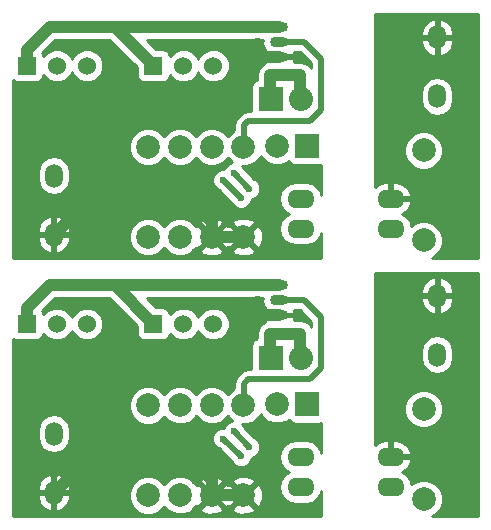
<source format=gbr>
G04 #@! TF.FileFunction,Copper,L2,Bot,Signal*
%FSLAX46Y46*%
G04 Gerber Fmt 4.6, Leading zero omitted, Abs format (unit mm)*
G04 Created by KiCad (PCBNEW 4.0.4-stable) date 11/28/16 12:21:10*
%MOMM*%
%LPD*%
G01*
G04 APERTURE LIST*
%ADD10C,0.100000*%
%ADD11C,1.998980*%
%ADD12R,2.032000X2.032000*%
%ADD13O,2.032000X2.032000*%
%ADD14R,2.000000X2.000000*%
%ADD15C,2.000000*%
%ADD16C,1.524000*%
%ADD17R,1.524000X1.524000*%
%ADD18O,1.500000X2.000000*%
%ADD19C,0.600000*%
%ADD20O,1.501140X0.899160*%
%ADD21O,2.300000X1.600000*%
%ADD22C,1.000000*%
%ADD23C,0.500000*%
%ADD24C,0.250000*%
G04 APERTURE END LIST*
D10*
D11*
X198900000Y-118630000D03*
X198900000Y-111010000D03*
D12*
X206600000Y-106980000D03*
D13*
X209140000Y-106980000D03*
D14*
X209700000Y-110930000D03*
D15*
X207160000Y-110930000D03*
D16*
X199200000Y-104130000D03*
X201740000Y-104130000D03*
D17*
X196660000Y-104130000D03*
D16*
X188500000Y-104130000D03*
X191040000Y-104130000D03*
D17*
X185960000Y-104130000D03*
D18*
X220700000Y-101730000D03*
X220700000Y-106730000D03*
X188250000Y-113430000D03*
X188250000Y-118430000D03*
D19*
X216650000Y-100805000D03*
D20*
X207300000Y-102100000D03*
X207300000Y-103370000D03*
X207300000Y-100830000D03*
D11*
X204300000Y-118630000D03*
X204300000Y-111010000D03*
X201600000Y-118630000D03*
X201600000Y-111010000D03*
X219550000Y-118930000D03*
X219550000Y-111310000D03*
X196200000Y-111030000D03*
X196200000Y-118650000D03*
D19*
X193875000Y-108780000D03*
X193750000Y-103905000D03*
X198275000Y-113205000D03*
X193525000Y-115805000D03*
X185925000Y-119280000D03*
X186050000Y-108780000D03*
X190950000Y-119230000D03*
X206500000Y-119805000D03*
X222290000Y-110470000D03*
X222875000Y-105305000D03*
X223175000Y-100955000D03*
X221825000Y-113980000D03*
X217600000Y-104055000D03*
X222800000Y-118405000D03*
X186375000Y-115830000D03*
D21*
X216750000Y-117930000D03*
X216750000Y-115390000D03*
X209130000Y-115390000D03*
X209130000Y-117930000D03*
D19*
X200675000Y-105830000D03*
X191000000Y-112930000D03*
X205550000Y-102055000D03*
X191425000Y-108155000D03*
X193925000Y-105880000D03*
X185800000Y-106555000D03*
X203600000Y-105205000D03*
X201725000Y-108780000D03*
X193125000Y-111330000D03*
X195725000Y-114105000D03*
X190475000Y-115680000D03*
X210075000Y-119780000D03*
X206450000Y-113355000D03*
X206875000Y-116605000D03*
X209925000Y-113405000D03*
X185775000Y-111955000D03*
X185775000Y-133825000D03*
X209925000Y-135275000D03*
X206875000Y-138475000D03*
X206450000Y-135225000D03*
X210075000Y-141650000D03*
X190475000Y-137550000D03*
X195725000Y-135975000D03*
X193125000Y-133200000D03*
X201725000Y-130650000D03*
X203600000Y-127075000D03*
X185800000Y-128425000D03*
X193925000Y-127750000D03*
X191425000Y-130025000D03*
X205550000Y-123925000D03*
X191000000Y-134800000D03*
X200675000Y-127700000D03*
D21*
X216750000Y-139800000D03*
X216750000Y-137260000D03*
X209130000Y-137260000D03*
X209130000Y-139800000D03*
D19*
X186375000Y-137700000D03*
X222800000Y-140275000D03*
X217600000Y-125925000D03*
X221825000Y-135850000D03*
X223175000Y-122825000D03*
X222875000Y-127175000D03*
X222290000Y-132340000D03*
X206500000Y-141675000D03*
X190950000Y-141100000D03*
X186050000Y-130650000D03*
X185925000Y-141150000D03*
X193525000Y-137675000D03*
X198275000Y-135075000D03*
X193750000Y-125775000D03*
X193875000Y-130650000D03*
D11*
X196200000Y-132900000D03*
X196200000Y-140520000D03*
X219550000Y-140800000D03*
X219550000Y-133180000D03*
X201600000Y-140500000D03*
X201600000Y-132880000D03*
X204300000Y-140500000D03*
X204300000Y-132880000D03*
D20*
X207300000Y-123970000D03*
X207300000Y-125240000D03*
X207300000Y-122700000D03*
D19*
X216650000Y-122675000D03*
D18*
X188250000Y-135300000D03*
X188250000Y-140300000D03*
X220700000Y-123600000D03*
X220700000Y-128600000D03*
D16*
X188500000Y-126000000D03*
X191040000Y-126000000D03*
D17*
X185960000Y-126000000D03*
D16*
X199200000Y-126000000D03*
X201740000Y-126000000D03*
D17*
X196660000Y-126000000D03*
D14*
X209700000Y-132800000D03*
D15*
X207160000Y-132800000D03*
D12*
X206600000Y-128850000D03*
D13*
X209140000Y-128850000D03*
D11*
X198900000Y-140500000D03*
X198900000Y-132880000D03*
D19*
X204100000Y-115330000D03*
X202600000Y-113830000D03*
X202600000Y-135700000D03*
X204100000Y-137200000D03*
X204800000Y-114530000D03*
X203500000Y-113230000D03*
X203500000Y-135100000D03*
X204800000Y-136400000D03*
D22*
X209150000Y-106970000D02*
X209140000Y-106980000D01*
X206575000Y-104955000D02*
X209100000Y-104955000D01*
X209100000Y-106940000D02*
X209140000Y-106980000D01*
X209100000Y-104955000D02*
X209100000Y-106940000D01*
X206575000Y-106955000D02*
X206600000Y-106980000D01*
X206575000Y-104955000D02*
X206575000Y-106955000D01*
X206575000Y-126825000D02*
X206575000Y-128825000D01*
X206575000Y-128825000D02*
X206600000Y-128850000D01*
X209100000Y-126825000D02*
X209100000Y-128810000D01*
X209100000Y-128810000D02*
X209140000Y-128850000D01*
X206575000Y-126825000D02*
X209100000Y-126825000D01*
X209150000Y-128840000D02*
X209140000Y-128850000D01*
D23*
X204100000Y-115330000D02*
X202600000Y-113830000D01*
X204100000Y-137200000D02*
X202600000Y-135700000D01*
D22*
X205260000Y-103370000D02*
X200000000Y-108630000D01*
X200000000Y-108630000D02*
X194700000Y-108630000D01*
X194700000Y-108630000D02*
X192200000Y-111130000D01*
X192200000Y-111130000D02*
X192200000Y-114530000D01*
X192200000Y-114530000D02*
X191800000Y-114930000D01*
X207300000Y-103370000D02*
X205260000Y-103370000D01*
X201600000Y-117330000D02*
X199200000Y-114930000D01*
X199200000Y-114930000D02*
X191800000Y-114930000D01*
X201600000Y-118630000D02*
X201600000Y-117330000D01*
X204300000Y-118630000D02*
X201600000Y-118630000D01*
X191750000Y-114930000D02*
X188250000Y-118430000D01*
X191800000Y-114930000D02*
X191750000Y-114930000D01*
X191800000Y-136800000D02*
X191750000Y-136800000D01*
X191750000Y-136800000D02*
X188250000Y-140300000D01*
X204300000Y-140500000D02*
X201600000Y-140500000D01*
X201600000Y-140500000D02*
X201600000Y-139200000D01*
X199200000Y-136800000D02*
X191800000Y-136800000D01*
X201600000Y-139200000D02*
X199200000Y-136800000D01*
X207300000Y-125240000D02*
X205260000Y-125240000D01*
X192200000Y-136400000D02*
X191800000Y-136800000D01*
X192200000Y-133000000D02*
X192200000Y-136400000D01*
X194700000Y-130500000D02*
X192200000Y-133000000D01*
X200000000Y-130500000D02*
X194700000Y-130500000D01*
X205260000Y-125240000D02*
X200000000Y-130500000D01*
D23*
X204800000Y-114530000D02*
X203500000Y-113230000D01*
X209950000Y-108830000D02*
X204700000Y-108830000D01*
X210900000Y-107880000D02*
X209950000Y-108830000D01*
X210900000Y-103580000D02*
X210900000Y-107880000D01*
X209420000Y-102100000D02*
X210900000Y-103580000D01*
X207300000Y-102100000D02*
X209420000Y-102100000D01*
X204350000Y-110960000D02*
X204300000Y-111010000D01*
X204350000Y-109180000D02*
X204350000Y-110960000D01*
X204700000Y-108830000D02*
X204350000Y-109180000D01*
X204700000Y-130700000D02*
X204350000Y-131050000D01*
X204350000Y-131050000D02*
X204350000Y-132830000D01*
X204350000Y-132830000D02*
X204300000Y-132880000D01*
X207300000Y-123970000D02*
X209420000Y-123970000D01*
X209420000Y-123970000D02*
X210900000Y-125450000D01*
X210900000Y-125450000D02*
X210900000Y-129750000D01*
X210900000Y-129750000D02*
X209950000Y-130700000D01*
X209950000Y-130700000D02*
X204700000Y-130700000D01*
X204800000Y-136400000D02*
X203500000Y-135100000D01*
D22*
X185960000Y-102770000D02*
X187900000Y-100830000D01*
X193400000Y-100830000D02*
X207300000Y-100830000D01*
X187900000Y-100830000D02*
X193400000Y-100830000D01*
X185960000Y-104130000D02*
X185960000Y-102770000D01*
X196660000Y-104090000D02*
X193400000Y-100830000D01*
X196660000Y-104130000D02*
X196660000Y-104090000D01*
X196660000Y-126000000D02*
X196660000Y-125960000D01*
X196660000Y-125960000D02*
X193400000Y-122700000D01*
X185960000Y-126000000D02*
X185960000Y-124640000D01*
X187900000Y-122700000D02*
X193400000Y-122700000D01*
X193400000Y-122700000D02*
X207300000Y-122700000D01*
X185960000Y-124640000D02*
X187900000Y-122700000D01*
D24*
G36*
X195260756Y-126151746D02*
X195260756Y-126762000D01*
X195304337Y-126993611D01*
X195441219Y-127206332D01*
X195650076Y-127349038D01*
X195898000Y-127399244D01*
X197422000Y-127399244D01*
X197653611Y-127355663D01*
X197866332Y-127218781D01*
X198009038Y-127009924D01*
X198049399Y-126810617D01*
X198413302Y-127175156D01*
X198922898Y-127386759D01*
X199474681Y-127387240D01*
X199984646Y-127176527D01*
X200375156Y-126786698D01*
X200469972Y-126558356D01*
X200563473Y-126784646D01*
X200953302Y-127175156D01*
X201462898Y-127386759D01*
X202014681Y-127387240D01*
X202524646Y-127176527D01*
X202915156Y-126786698D01*
X203126759Y-126277102D01*
X203127240Y-125725319D01*
X202916527Y-125215354D01*
X202526698Y-124824844D01*
X202017102Y-124613241D01*
X201465319Y-124612760D01*
X200955354Y-124823473D01*
X200564844Y-125213302D01*
X200470028Y-125441644D01*
X200376527Y-125215354D01*
X199986698Y-124824844D01*
X199477102Y-124613241D01*
X198925319Y-124612760D01*
X198415354Y-124823473D01*
X198049892Y-125188298D01*
X198015663Y-125006389D01*
X197878781Y-124793668D01*
X197669924Y-124650962D01*
X197422000Y-124600756D01*
X196891746Y-124600756D01*
X196115990Y-123825000D01*
X205926323Y-123825000D01*
X205897481Y-123970000D01*
X205979279Y-124381224D01*
X206131196Y-124608585D01*
X205964419Y-124949579D01*
X206089227Y-125115000D01*
X207175000Y-125115000D01*
X207175000Y-125095000D01*
X207425000Y-125095000D01*
X207425000Y-125115000D01*
X208510773Y-125115000D01*
X208635581Y-124949579D01*
X208584432Y-124845000D01*
X209057564Y-124845000D01*
X210025000Y-125812436D01*
X210025000Y-126223323D01*
X209895495Y-126029505D01*
X209530519Y-125785636D01*
X209100000Y-125700000D01*
X208552641Y-125700000D01*
X208635581Y-125530421D01*
X208510773Y-125365000D01*
X207425000Y-125365000D01*
X207425000Y-125385000D01*
X207175000Y-125385000D01*
X207175000Y-125365000D01*
X206089227Y-125365000D01*
X205964419Y-125530421D01*
X206102848Y-125813454D01*
X205779505Y-126029505D01*
X205535636Y-126394481D01*
X205450000Y-126825000D01*
X205450000Y-127221970D01*
X205352389Y-127240337D01*
X205139668Y-127377219D01*
X204996962Y-127586076D01*
X204946756Y-127834000D01*
X204946756Y-129825000D01*
X204700000Y-129825000D01*
X204365152Y-129891605D01*
X204081282Y-130081281D01*
X203731282Y-130431282D01*
X203541605Y-130715152D01*
X203475000Y-131050000D01*
X203475000Y-131463182D01*
X203381002Y-131502021D01*
X202949649Y-131932622D01*
X202521401Y-131503627D01*
X201924549Y-131255792D01*
X201278287Y-131255228D01*
X200681002Y-131502021D01*
X200249649Y-131932622D01*
X199821401Y-131503627D01*
X199224549Y-131255792D01*
X198578287Y-131255228D01*
X197981002Y-131502021D01*
X197539649Y-131942605D01*
X197121401Y-131523627D01*
X196524549Y-131275792D01*
X195878287Y-131275228D01*
X195281002Y-131522021D01*
X194823627Y-131978599D01*
X194575792Y-132575451D01*
X194575228Y-133221713D01*
X194822021Y-133818998D01*
X195278599Y-134276373D01*
X195875451Y-134524208D01*
X196521713Y-134524772D01*
X197118998Y-134277979D01*
X197560351Y-133837395D01*
X197978599Y-134256373D01*
X198575451Y-134504208D01*
X199221713Y-134504772D01*
X199818998Y-134257979D01*
X200250351Y-133827378D01*
X200678599Y-134256373D01*
X201275451Y-134504208D01*
X201921713Y-134504772D01*
X202518998Y-134257979D01*
X202950351Y-133827378D01*
X203302933Y-134180575D01*
X202976714Y-134315366D01*
X202716280Y-134575345D01*
X202633364Y-134775029D01*
X202416813Y-134774840D01*
X202076714Y-134915366D01*
X201816280Y-135175345D01*
X201675161Y-135515199D01*
X201674840Y-135883187D01*
X201815366Y-136223286D01*
X202075345Y-136483720D01*
X202196657Y-136534093D01*
X203265736Y-137603173D01*
X203315366Y-137723286D01*
X203575345Y-137983720D01*
X203915199Y-138124839D01*
X204283187Y-138125160D01*
X204623286Y-137984634D01*
X204883720Y-137724655D01*
X205024839Y-137384801D01*
X205024906Y-137307922D01*
X205323286Y-137184634D01*
X205583720Y-136924655D01*
X205724839Y-136584801D01*
X205725160Y-136216813D01*
X205584634Y-135876714D01*
X205324655Y-135616280D01*
X205203345Y-135565908D01*
X204334264Y-134696828D01*
X204284634Y-134576714D01*
X204212461Y-134504415D01*
X204621713Y-134504772D01*
X205218998Y-134257979D01*
X205676373Y-133801401D01*
X205746117Y-133633439D01*
X205781588Y-133719286D01*
X206238309Y-134176805D01*
X206835349Y-134424718D01*
X207481814Y-134425282D01*
X208079286Y-134178412D01*
X208153274Y-134104553D01*
X208243219Y-134244332D01*
X208452076Y-134387038D01*
X208700000Y-134437244D01*
X210700000Y-134437244D01*
X210875000Y-134404315D01*
X210875000Y-136934360D01*
X210831302Y-136714676D01*
X210522401Y-136252373D01*
X210060098Y-135943472D01*
X209514774Y-135835000D01*
X208745226Y-135835000D01*
X208199902Y-135943472D01*
X207737599Y-136252373D01*
X207428698Y-136714676D01*
X207320226Y-137260000D01*
X207428698Y-137805324D01*
X207737599Y-138267627D01*
X208130268Y-138530000D01*
X207737599Y-138792373D01*
X207428698Y-139254676D01*
X207320226Y-139800000D01*
X207428698Y-140345324D01*
X207737599Y-140807627D01*
X208199902Y-141116528D01*
X208745226Y-141225000D01*
X209514774Y-141225000D01*
X210060098Y-141116528D01*
X210522401Y-140807627D01*
X210831302Y-140345324D01*
X210875000Y-140125640D01*
X210875000Y-142250000D01*
X184800000Y-142250000D01*
X184800000Y-140425000D01*
X186875000Y-140425000D01*
X186875000Y-140675000D01*
X187027501Y-141191675D01*
X187366117Y-141610661D01*
X187839296Y-141868170D01*
X187912332Y-141882893D01*
X188125000Y-141762323D01*
X188125000Y-140425000D01*
X188375000Y-140425000D01*
X188375000Y-141762323D01*
X188587668Y-141882893D01*
X188660704Y-141868170D01*
X189133883Y-141610661D01*
X189472499Y-141191675D01*
X189575793Y-140841713D01*
X194575228Y-140841713D01*
X194822021Y-141438998D01*
X195278599Y-141896373D01*
X195875451Y-142144208D01*
X196521713Y-142144772D01*
X197118998Y-141897979D01*
X197560351Y-141457395D01*
X197978599Y-141876373D01*
X198575451Y-142124208D01*
X199221713Y-142124772D01*
X199818998Y-141877979D01*
X200051976Y-141645406D01*
X200631370Y-141645406D01*
X200730346Y-141909639D01*
X201335990Y-142135139D01*
X201981828Y-142111704D01*
X202469654Y-141909639D01*
X202568630Y-141645406D01*
X203331370Y-141645406D01*
X203430346Y-141909639D01*
X204035990Y-142135139D01*
X204681828Y-142111704D01*
X205169654Y-141909639D01*
X205268630Y-141645406D01*
X204300000Y-140676777D01*
X203331370Y-141645406D01*
X202568630Y-141645406D01*
X201600000Y-140676777D01*
X200631370Y-141645406D01*
X200051976Y-141645406D01*
X200276373Y-141421401D01*
X200283391Y-141404501D01*
X200454594Y-141468630D01*
X201423223Y-140500000D01*
X201776777Y-140500000D01*
X202745406Y-141468630D01*
X202950000Y-141391993D01*
X203154594Y-141468630D01*
X204123223Y-140500000D01*
X204476777Y-140500000D01*
X205445406Y-141468630D01*
X205709639Y-141369654D01*
X205935139Y-140764010D01*
X205911704Y-140118172D01*
X205709639Y-139630346D01*
X205445406Y-139531370D01*
X204476777Y-140500000D01*
X204123223Y-140500000D01*
X203154594Y-139531370D01*
X202950000Y-139608007D01*
X202745406Y-139531370D01*
X201776777Y-140500000D01*
X201423223Y-140500000D01*
X200454594Y-139531370D01*
X200283892Y-139595311D01*
X200277979Y-139581002D01*
X200051966Y-139354594D01*
X200631370Y-139354594D01*
X201600000Y-140323223D01*
X202568630Y-139354594D01*
X203331370Y-139354594D01*
X204300000Y-140323223D01*
X205268630Y-139354594D01*
X205169654Y-139090361D01*
X204564010Y-138864861D01*
X203918172Y-138888296D01*
X203430346Y-139090361D01*
X203331370Y-139354594D01*
X202568630Y-139354594D01*
X202469654Y-139090361D01*
X201864010Y-138864861D01*
X201218172Y-138888296D01*
X200730346Y-139090361D01*
X200631370Y-139354594D01*
X200051966Y-139354594D01*
X199821401Y-139123627D01*
X199224549Y-138875792D01*
X198578287Y-138875228D01*
X197981002Y-139122021D01*
X197539649Y-139562605D01*
X197121401Y-139143627D01*
X196524549Y-138895792D01*
X195878287Y-138895228D01*
X195281002Y-139142021D01*
X194823627Y-139598599D01*
X194575792Y-140195451D01*
X194575228Y-140841713D01*
X189575793Y-140841713D01*
X189625000Y-140675000D01*
X189625000Y-140425000D01*
X188375000Y-140425000D01*
X188125000Y-140425000D01*
X186875000Y-140425000D01*
X184800000Y-140425000D01*
X184800000Y-139925000D01*
X186875000Y-139925000D01*
X186875000Y-140175000D01*
X188125000Y-140175000D01*
X188125000Y-138837677D01*
X188375000Y-138837677D01*
X188375000Y-140175000D01*
X189625000Y-140175000D01*
X189625000Y-139925000D01*
X189472499Y-139408325D01*
X189133883Y-138989339D01*
X188660704Y-138731830D01*
X188587668Y-138717107D01*
X188375000Y-138837677D01*
X188125000Y-138837677D01*
X187912332Y-138717107D01*
X187839296Y-138731830D01*
X187366117Y-138989339D01*
X187027501Y-139408325D01*
X186875000Y-139925000D01*
X184800000Y-139925000D01*
X184800000Y-135018164D01*
X186875000Y-135018164D01*
X186875000Y-135581836D01*
X186979666Y-136108026D01*
X187277728Y-136554108D01*
X187723810Y-136852170D01*
X188250000Y-136956836D01*
X188776190Y-136852170D01*
X189222272Y-136554108D01*
X189520334Y-136108026D01*
X189625000Y-135581836D01*
X189625000Y-135018164D01*
X189520334Y-134491974D01*
X189222272Y-134045892D01*
X188776190Y-133747830D01*
X188250000Y-133643164D01*
X187723810Y-133747830D01*
X187277728Y-134045892D01*
X186979666Y-134491974D01*
X186875000Y-135018164D01*
X184800000Y-135018164D01*
X184800000Y-127246495D01*
X184950076Y-127349038D01*
X185198000Y-127399244D01*
X186722000Y-127399244D01*
X186953611Y-127355663D01*
X187166332Y-127218781D01*
X187309038Y-127009924D01*
X187349399Y-126810617D01*
X187713302Y-127175156D01*
X188222898Y-127386759D01*
X188774681Y-127387240D01*
X189284646Y-127176527D01*
X189675156Y-126786698D01*
X189769972Y-126558356D01*
X189863473Y-126784646D01*
X190253302Y-127175156D01*
X190762898Y-127386759D01*
X191314681Y-127387240D01*
X191824646Y-127176527D01*
X192215156Y-126786698D01*
X192426759Y-126277102D01*
X192427240Y-125725319D01*
X192216527Y-125215354D01*
X191826698Y-124824844D01*
X191317102Y-124613241D01*
X190765319Y-124612760D01*
X190255354Y-124823473D01*
X189864844Y-125213302D01*
X189770028Y-125441644D01*
X189676527Y-125215354D01*
X189286698Y-124824844D01*
X188777102Y-124613241D01*
X188225319Y-124612760D01*
X187715354Y-124823473D01*
X187349892Y-125188298D01*
X187315663Y-125006389D01*
X187264348Y-124926642D01*
X188365990Y-123825000D01*
X192934010Y-123825000D01*
X195260756Y-126151746D01*
X195260756Y-126151746D01*
G37*
X195260756Y-126151746D02*
X195260756Y-126762000D01*
X195304337Y-126993611D01*
X195441219Y-127206332D01*
X195650076Y-127349038D01*
X195898000Y-127399244D01*
X197422000Y-127399244D01*
X197653611Y-127355663D01*
X197866332Y-127218781D01*
X198009038Y-127009924D01*
X198049399Y-126810617D01*
X198413302Y-127175156D01*
X198922898Y-127386759D01*
X199474681Y-127387240D01*
X199984646Y-127176527D01*
X200375156Y-126786698D01*
X200469972Y-126558356D01*
X200563473Y-126784646D01*
X200953302Y-127175156D01*
X201462898Y-127386759D01*
X202014681Y-127387240D01*
X202524646Y-127176527D01*
X202915156Y-126786698D01*
X203126759Y-126277102D01*
X203127240Y-125725319D01*
X202916527Y-125215354D01*
X202526698Y-124824844D01*
X202017102Y-124613241D01*
X201465319Y-124612760D01*
X200955354Y-124823473D01*
X200564844Y-125213302D01*
X200470028Y-125441644D01*
X200376527Y-125215354D01*
X199986698Y-124824844D01*
X199477102Y-124613241D01*
X198925319Y-124612760D01*
X198415354Y-124823473D01*
X198049892Y-125188298D01*
X198015663Y-125006389D01*
X197878781Y-124793668D01*
X197669924Y-124650962D01*
X197422000Y-124600756D01*
X196891746Y-124600756D01*
X196115990Y-123825000D01*
X205926323Y-123825000D01*
X205897481Y-123970000D01*
X205979279Y-124381224D01*
X206131196Y-124608585D01*
X205964419Y-124949579D01*
X206089227Y-125115000D01*
X207175000Y-125115000D01*
X207175000Y-125095000D01*
X207425000Y-125095000D01*
X207425000Y-125115000D01*
X208510773Y-125115000D01*
X208635581Y-124949579D01*
X208584432Y-124845000D01*
X209057564Y-124845000D01*
X210025000Y-125812436D01*
X210025000Y-126223323D01*
X209895495Y-126029505D01*
X209530519Y-125785636D01*
X209100000Y-125700000D01*
X208552641Y-125700000D01*
X208635581Y-125530421D01*
X208510773Y-125365000D01*
X207425000Y-125365000D01*
X207425000Y-125385000D01*
X207175000Y-125385000D01*
X207175000Y-125365000D01*
X206089227Y-125365000D01*
X205964419Y-125530421D01*
X206102848Y-125813454D01*
X205779505Y-126029505D01*
X205535636Y-126394481D01*
X205450000Y-126825000D01*
X205450000Y-127221970D01*
X205352389Y-127240337D01*
X205139668Y-127377219D01*
X204996962Y-127586076D01*
X204946756Y-127834000D01*
X204946756Y-129825000D01*
X204700000Y-129825000D01*
X204365152Y-129891605D01*
X204081282Y-130081281D01*
X203731282Y-130431282D01*
X203541605Y-130715152D01*
X203475000Y-131050000D01*
X203475000Y-131463182D01*
X203381002Y-131502021D01*
X202949649Y-131932622D01*
X202521401Y-131503627D01*
X201924549Y-131255792D01*
X201278287Y-131255228D01*
X200681002Y-131502021D01*
X200249649Y-131932622D01*
X199821401Y-131503627D01*
X199224549Y-131255792D01*
X198578287Y-131255228D01*
X197981002Y-131502021D01*
X197539649Y-131942605D01*
X197121401Y-131523627D01*
X196524549Y-131275792D01*
X195878287Y-131275228D01*
X195281002Y-131522021D01*
X194823627Y-131978599D01*
X194575792Y-132575451D01*
X194575228Y-133221713D01*
X194822021Y-133818998D01*
X195278599Y-134276373D01*
X195875451Y-134524208D01*
X196521713Y-134524772D01*
X197118998Y-134277979D01*
X197560351Y-133837395D01*
X197978599Y-134256373D01*
X198575451Y-134504208D01*
X199221713Y-134504772D01*
X199818998Y-134257979D01*
X200250351Y-133827378D01*
X200678599Y-134256373D01*
X201275451Y-134504208D01*
X201921713Y-134504772D01*
X202518998Y-134257979D01*
X202950351Y-133827378D01*
X203302933Y-134180575D01*
X202976714Y-134315366D01*
X202716280Y-134575345D01*
X202633364Y-134775029D01*
X202416813Y-134774840D01*
X202076714Y-134915366D01*
X201816280Y-135175345D01*
X201675161Y-135515199D01*
X201674840Y-135883187D01*
X201815366Y-136223286D01*
X202075345Y-136483720D01*
X202196657Y-136534093D01*
X203265736Y-137603173D01*
X203315366Y-137723286D01*
X203575345Y-137983720D01*
X203915199Y-138124839D01*
X204283187Y-138125160D01*
X204623286Y-137984634D01*
X204883720Y-137724655D01*
X205024839Y-137384801D01*
X205024906Y-137307922D01*
X205323286Y-137184634D01*
X205583720Y-136924655D01*
X205724839Y-136584801D01*
X205725160Y-136216813D01*
X205584634Y-135876714D01*
X205324655Y-135616280D01*
X205203345Y-135565908D01*
X204334264Y-134696828D01*
X204284634Y-134576714D01*
X204212461Y-134504415D01*
X204621713Y-134504772D01*
X205218998Y-134257979D01*
X205676373Y-133801401D01*
X205746117Y-133633439D01*
X205781588Y-133719286D01*
X206238309Y-134176805D01*
X206835349Y-134424718D01*
X207481814Y-134425282D01*
X208079286Y-134178412D01*
X208153274Y-134104553D01*
X208243219Y-134244332D01*
X208452076Y-134387038D01*
X208700000Y-134437244D01*
X210700000Y-134437244D01*
X210875000Y-134404315D01*
X210875000Y-136934360D01*
X210831302Y-136714676D01*
X210522401Y-136252373D01*
X210060098Y-135943472D01*
X209514774Y-135835000D01*
X208745226Y-135835000D01*
X208199902Y-135943472D01*
X207737599Y-136252373D01*
X207428698Y-136714676D01*
X207320226Y-137260000D01*
X207428698Y-137805324D01*
X207737599Y-138267627D01*
X208130268Y-138530000D01*
X207737599Y-138792373D01*
X207428698Y-139254676D01*
X207320226Y-139800000D01*
X207428698Y-140345324D01*
X207737599Y-140807627D01*
X208199902Y-141116528D01*
X208745226Y-141225000D01*
X209514774Y-141225000D01*
X210060098Y-141116528D01*
X210522401Y-140807627D01*
X210831302Y-140345324D01*
X210875000Y-140125640D01*
X210875000Y-142250000D01*
X184800000Y-142250000D01*
X184800000Y-140425000D01*
X186875000Y-140425000D01*
X186875000Y-140675000D01*
X187027501Y-141191675D01*
X187366117Y-141610661D01*
X187839296Y-141868170D01*
X187912332Y-141882893D01*
X188125000Y-141762323D01*
X188125000Y-140425000D01*
X188375000Y-140425000D01*
X188375000Y-141762323D01*
X188587668Y-141882893D01*
X188660704Y-141868170D01*
X189133883Y-141610661D01*
X189472499Y-141191675D01*
X189575793Y-140841713D01*
X194575228Y-140841713D01*
X194822021Y-141438998D01*
X195278599Y-141896373D01*
X195875451Y-142144208D01*
X196521713Y-142144772D01*
X197118998Y-141897979D01*
X197560351Y-141457395D01*
X197978599Y-141876373D01*
X198575451Y-142124208D01*
X199221713Y-142124772D01*
X199818998Y-141877979D01*
X200051976Y-141645406D01*
X200631370Y-141645406D01*
X200730346Y-141909639D01*
X201335990Y-142135139D01*
X201981828Y-142111704D01*
X202469654Y-141909639D01*
X202568630Y-141645406D01*
X203331370Y-141645406D01*
X203430346Y-141909639D01*
X204035990Y-142135139D01*
X204681828Y-142111704D01*
X205169654Y-141909639D01*
X205268630Y-141645406D01*
X204300000Y-140676777D01*
X203331370Y-141645406D01*
X202568630Y-141645406D01*
X201600000Y-140676777D01*
X200631370Y-141645406D01*
X200051976Y-141645406D01*
X200276373Y-141421401D01*
X200283391Y-141404501D01*
X200454594Y-141468630D01*
X201423223Y-140500000D01*
X201776777Y-140500000D01*
X202745406Y-141468630D01*
X202950000Y-141391993D01*
X203154594Y-141468630D01*
X204123223Y-140500000D01*
X204476777Y-140500000D01*
X205445406Y-141468630D01*
X205709639Y-141369654D01*
X205935139Y-140764010D01*
X205911704Y-140118172D01*
X205709639Y-139630346D01*
X205445406Y-139531370D01*
X204476777Y-140500000D01*
X204123223Y-140500000D01*
X203154594Y-139531370D01*
X202950000Y-139608007D01*
X202745406Y-139531370D01*
X201776777Y-140500000D01*
X201423223Y-140500000D01*
X200454594Y-139531370D01*
X200283892Y-139595311D01*
X200277979Y-139581002D01*
X200051966Y-139354594D01*
X200631370Y-139354594D01*
X201600000Y-140323223D01*
X202568630Y-139354594D01*
X203331370Y-139354594D01*
X204300000Y-140323223D01*
X205268630Y-139354594D01*
X205169654Y-139090361D01*
X204564010Y-138864861D01*
X203918172Y-138888296D01*
X203430346Y-139090361D01*
X203331370Y-139354594D01*
X202568630Y-139354594D01*
X202469654Y-139090361D01*
X201864010Y-138864861D01*
X201218172Y-138888296D01*
X200730346Y-139090361D01*
X200631370Y-139354594D01*
X200051966Y-139354594D01*
X199821401Y-139123627D01*
X199224549Y-138875792D01*
X198578287Y-138875228D01*
X197981002Y-139122021D01*
X197539649Y-139562605D01*
X197121401Y-139143627D01*
X196524549Y-138895792D01*
X195878287Y-138895228D01*
X195281002Y-139142021D01*
X194823627Y-139598599D01*
X194575792Y-140195451D01*
X194575228Y-140841713D01*
X189575793Y-140841713D01*
X189625000Y-140675000D01*
X189625000Y-140425000D01*
X188375000Y-140425000D01*
X188125000Y-140425000D01*
X186875000Y-140425000D01*
X184800000Y-140425000D01*
X184800000Y-139925000D01*
X186875000Y-139925000D01*
X186875000Y-140175000D01*
X188125000Y-140175000D01*
X188125000Y-138837677D01*
X188375000Y-138837677D01*
X188375000Y-140175000D01*
X189625000Y-140175000D01*
X189625000Y-139925000D01*
X189472499Y-139408325D01*
X189133883Y-138989339D01*
X188660704Y-138731830D01*
X188587668Y-138717107D01*
X188375000Y-138837677D01*
X188125000Y-138837677D01*
X187912332Y-138717107D01*
X187839296Y-138731830D01*
X187366117Y-138989339D01*
X187027501Y-139408325D01*
X186875000Y-139925000D01*
X184800000Y-139925000D01*
X184800000Y-135018164D01*
X186875000Y-135018164D01*
X186875000Y-135581836D01*
X186979666Y-136108026D01*
X187277728Y-136554108D01*
X187723810Y-136852170D01*
X188250000Y-136956836D01*
X188776190Y-136852170D01*
X189222272Y-136554108D01*
X189520334Y-136108026D01*
X189625000Y-135581836D01*
X189625000Y-135018164D01*
X189520334Y-134491974D01*
X189222272Y-134045892D01*
X188776190Y-133747830D01*
X188250000Y-133643164D01*
X187723810Y-133747830D01*
X187277728Y-134045892D01*
X186979666Y-134491974D01*
X186875000Y-135018164D01*
X184800000Y-135018164D01*
X184800000Y-127246495D01*
X184950076Y-127349038D01*
X185198000Y-127399244D01*
X186722000Y-127399244D01*
X186953611Y-127355663D01*
X187166332Y-127218781D01*
X187309038Y-127009924D01*
X187349399Y-126810617D01*
X187713302Y-127175156D01*
X188222898Y-127386759D01*
X188774681Y-127387240D01*
X189284646Y-127176527D01*
X189675156Y-126786698D01*
X189769972Y-126558356D01*
X189863473Y-126784646D01*
X190253302Y-127175156D01*
X190762898Y-127386759D01*
X191314681Y-127387240D01*
X191824646Y-127176527D01*
X192215156Y-126786698D01*
X192426759Y-126277102D01*
X192427240Y-125725319D01*
X192216527Y-125215354D01*
X191826698Y-124824844D01*
X191317102Y-124613241D01*
X190765319Y-124612760D01*
X190255354Y-124823473D01*
X189864844Y-125213302D01*
X189770028Y-125441644D01*
X189676527Y-125215354D01*
X189286698Y-124824844D01*
X188777102Y-124613241D01*
X188225319Y-124612760D01*
X187715354Y-124823473D01*
X187349892Y-125188298D01*
X187315663Y-125006389D01*
X187264348Y-124926642D01*
X188365990Y-123825000D01*
X192934010Y-123825000D01*
X195260756Y-126151746D01*
G36*
X224150000Y-142250000D02*
X220294694Y-142250000D01*
X220468998Y-142177979D01*
X220926373Y-141721401D01*
X221174208Y-141124549D01*
X221174772Y-140478287D01*
X220927979Y-139881002D01*
X220471401Y-139423627D01*
X219874549Y-139175792D01*
X219228287Y-139175228D01*
X218631002Y-139422021D01*
X218508845Y-139543965D01*
X218451302Y-139254676D01*
X218142401Y-138792373D01*
X217751737Y-138531340D01*
X217760809Y-138528693D01*
X218196016Y-138179239D01*
X218464364Y-137689839D01*
X218482476Y-137605521D01*
X218362577Y-137385000D01*
X216875000Y-137385000D01*
X216875000Y-137405000D01*
X216625000Y-137405000D01*
X216625000Y-137385000D01*
X216605000Y-137385000D01*
X216605000Y-137135000D01*
X216625000Y-137135000D01*
X216625000Y-135835000D01*
X216875000Y-135835000D01*
X216875000Y-137135000D01*
X218362577Y-137135000D01*
X218482476Y-136914479D01*
X218464364Y-136830161D01*
X218196016Y-136340761D01*
X217760809Y-135991307D01*
X217225000Y-135835000D01*
X216875000Y-135835000D01*
X216625000Y-135835000D01*
X216275000Y-135835000D01*
X215739191Y-135991307D01*
X215400000Y-136263664D01*
X215400000Y-133501713D01*
X217925228Y-133501713D01*
X218172021Y-134098998D01*
X218628599Y-134556373D01*
X219225451Y-134804208D01*
X219871713Y-134804772D01*
X220468998Y-134557979D01*
X220926373Y-134101401D01*
X221174208Y-133504549D01*
X221174772Y-132858287D01*
X220927979Y-132261002D01*
X220471401Y-131803627D01*
X219874549Y-131555792D01*
X219228287Y-131555228D01*
X218631002Y-131802021D01*
X218173627Y-132258599D01*
X217925792Y-132855451D01*
X217925228Y-133501713D01*
X215400000Y-133501713D01*
X215400000Y-128318164D01*
X219325000Y-128318164D01*
X219325000Y-128881836D01*
X219429666Y-129408026D01*
X219727728Y-129854108D01*
X220173810Y-130152170D01*
X220700000Y-130256836D01*
X221226190Y-130152170D01*
X221672272Y-129854108D01*
X221970334Y-129408026D01*
X222075000Y-128881836D01*
X222075000Y-128318164D01*
X221970334Y-127791974D01*
X221672272Y-127345892D01*
X221226190Y-127047830D01*
X220700000Y-126943164D01*
X220173810Y-127047830D01*
X219727728Y-127345892D01*
X219429666Y-127791974D01*
X219325000Y-128318164D01*
X215400000Y-128318164D01*
X215400000Y-123725000D01*
X219325000Y-123725000D01*
X219325000Y-123975000D01*
X219477501Y-124491675D01*
X219816117Y-124910661D01*
X220289296Y-125168170D01*
X220362332Y-125182893D01*
X220575000Y-125062323D01*
X220575000Y-123725000D01*
X220825000Y-123725000D01*
X220825000Y-125062323D01*
X221037668Y-125182893D01*
X221110704Y-125168170D01*
X221583883Y-124910661D01*
X221922499Y-124491675D01*
X222075000Y-123975000D01*
X222075000Y-123725000D01*
X220825000Y-123725000D01*
X220575000Y-123725000D01*
X219325000Y-123725000D01*
X215400000Y-123725000D01*
X215400000Y-123225000D01*
X219325000Y-123225000D01*
X219325000Y-123475000D01*
X220575000Y-123475000D01*
X220575000Y-122137677D01*
X220825000Y-122137677D01*
X220825000Y-123475000D01*
X222075000Y-123475000D01*
X222075000Y-123225000D01*
X221922499Y-122708325D01*
X221583883Y-122289339D01*
X221110704Y-122031830D01*
X221037668Y-122017107D01*
X220825000Y-122137677D01*
X220575000Y-122137677D01*
X220362332Y-122017107D01*
X220289296Y-122031830D01*
X219816117Y-122289339D01*
X219477501Y-122708325D01*
X219325000Y-123225000D01*
X215400000Y-123225000D01*
X215400000Y-121650000D01*
X224150000Y-121650000D01*
X224150000Y-142250000D01*
X224150000Y-142250000D01*
G37*
X224150000Y-142250000D02*
X220294694Y-142250000D01*
X220468998Y-142177979D01*
X220926373Y-141721401D01*
X221174208Y-141124549D01*
X221174772Y-140478287D01*
X220927979Y-139881002D01*
X220471401Y-139423627D01*
X219874549Y-139175792D01*
X219228287Y-139175228D01*
X218631002Y-139422021D01*
X218508845Y-139543965D01*
X218451302Y-139254676D01*
X218142401Y-138792373D01*
X217751737Y-138531340D01*
X217760809Y-138528693D01*
X218196016Y-138179239D01*
X218464364Y-137689839D01*
X218482476Y-137605521D01*
X218362577Y-137385000D01*
X216875000Y-137385000D01*
X216875000Y-137405000D01*
X216625000Y-137405000D01*
X216625000Y-137385000D01*
X216605000Y-137385000D01*
X216605000Y-137135000D01*
X216625000Y-137135000D01*
X216625000Y-135835000D01*
X216875000Y-135835000D01*
X216875000Y-137135000D01*
X218362577Y-137135000D01*
X218482476Y-136914479D01*
X218464364Y-136830161D01*
X218196016Y-136340761D01*
X217760809Y-135991307D01*
X217225000Y-135835000D01*
X216875000Y-135835000D01*
X216625000Y-135835000D01*
X216275000Y-135835000D01*
X215739191Y-135991307D01*
X215400000Y-136263664D01*
X215400000Y-133501713D01*
X217925228Y-133501713D01*
X218172021Y-134098998D01*
X218628599Y-134556373D01*
X219225451Y-134804208D01*
X219871713Y-134804772D01*
X220468998Y-134557979D01*
X220926373Y-134101401D01*
X221174208Y-133504549D01*
X221174772Y-132858287D01*
X220927979Y-132261002D01*
X220471401Y-131803627D01*
X219874549Y-131555792D01*
X219228287Y-131555228D01*
X218631002Y-131802021D01*
X218173627Y-132258599D01*
X217925792Y-132855451D01*
X217925228Y-133501713D01*
X215400000Y-133501713D01*
X215400000Y-128318164D01*
X219325000Y-128318164D01*
X219325000Y-128881836D01*
X219429666Y-129408026D01*
X219727728Y-129854108D01*
X220173810Y-130152170D01*
X220700000Y-130256836D01*
X221226190Y-130152170D01*
X221672272Y-129854108D01*
X221970334Y-129408026D01*
X222075000Y-128881836D01*
X222075000Y-128318164D01*
X221970334Y-127791974D01*
X221672272Y-127345892D01*
X221226190Y-127047830D01*
X220700000Y-126943164D01*
X220173810Y-127047830D01*
X219727728Y-127345892D01*
X219429666Y-127791974D01*
X219325000Y-128318164D01*
X215400000Y-128318164D01*
X215400000Y-123725000D01*
X219325000Y-123725000D01*
X219325000Y-123975000D01*
X219477501Y-124491675D01*
X219816117Y-124910661D01*
X220289296Y-125168170D01*
X220362332Y-125182893D01*
X220575000Y-125062323D01*
X220575000Y-123725000D01*
X220825000Y-123725000D01*
X220825000Y-125062323D01*
X221037668Y-125182893D01*
X221110704Y-125168170D01*
X221583883Y-124910661D01*
X221922499Y-124491675D01*
X222075000Y-123975000D01*
X222075000Y-123725000D01*
X220825000Y-123725000D01*
X220575000Y-123725000D01*
X219325000Y-123725000D01*
X215400000Y-123725000D01*
X215400000Y-123225000D01*
X219325000Y-123225000D01*
X219325000Y-123475000D01*
X220575000Y-123475000D01*
X220575000Y-122137677D01*
X220825000Y-122137677D01*
X220825000Y-123475000D01*
X222075000Y-123475000D01*
X222075000Y-123225000D01*
X221922499Y-122708325D01*
X221583883Y-122289339D01*
X221110704Y-122031830D01*
X221037668Y-122017107D01*
X220825000Y-122137677D01*
X220575000Y-122137677D01*
X220362332Y-122017107D01*
X220289296Y-122031830D01*
X219816117Y-122289339D01*
X219477501Y-122708325D01*
X219325000Y-123225000D01*
X215400000Y-123225000D01*
X215400000Y-121650000D01*
X224150000Y-121650000D01*
X224150000Y-142250000D01*
G36*
X195260756Y-104281746D02*
X195260756Y-104892000D01*
X195304337Y-105123611D01*
X195441219Y-105336332D01*
X195650076Y-105479038D01*
X195898000Y-105529244D01*
X197422000Y-105529244D01*
X197653611Y-105485663D01*
X197866332Y-105348781D01*
X198009038Y-105139924D01*
X198049399Y-104940617D01*
X198413302Y-105305156D01*
X198922898Y-105516759D01*
X199474681Y-105517240D01*
X199984646Y-105306527D01*
X200375156Y-104916698D01*
X200469972Y-104688356D01*
X200563473Y-104914646D01*
X200953302Y-105305156D01*
X201462898Y-105516759D01*
X202014681Y-105517240D01*
X202524646Y-105306527D01*
X202915156Y-104916698D01*
X203126759Y-104407102D01*
X203127240Y-103855319D01*
X202916527Y-103345354D01*
X202526698Y-102954844D01*
X202017102Y-102743241D01*
X201465319Y-102742760D01*
X200955354Y-102953473D01*
X200564844Y-103343302D01*
X200470028Y-103571644D01*
X200376527Y-103345354D01*
X199986698Y-102954844D01*
X199477102Y-102743241D01*
X198925319Y-102742760D01*
X198415354Y-102953473D01*
X198049892Y-103318298D01*
X198015663Y-103136389D01*
X197878781Y-102923668D01*
X197669924Y-102780962D01*
X197422000Y-102730756D01*
X196891746Y-102730756D01*
X196115990Y-101955000D01*
X205926323Y-101955000D01*
X205897481Y-102100000D01*
X205979279Y-102511224D01*
X206131196Y-102738585D01*
X205964419Y-103079579D01*
X206089227Y-103245000D01*
X207175000Y-103245000D01*
X207175000Y-103225000D01*
X207425000Y-103225000D01*
X207425000Y-103245000D01*
X208510773Y-103245000D01*
X208635581Y-103079579D01*
X208584432Y-102975000D01*
X209057564Y-102975000D01*
X210025000Y-103942436D01*
X210025000Y-104353323D01*
X209895495Y-104159505D01*
X209530519Y-103915636D01*
X209100000Y-103830000D01*
X208552641Y-103830000D01*
X208635581Y-103660421D01*
X208510773Y-103495000D01*
X207425000Y-103495000D01*
X207425000Y-103515000D01*
X207175000Y-103515000D01*
X207175000Y-103495000D01*
X206089227Y-103495000D01*
X205964419Y-103660421D01*
X206102848Y-103943454D01*
X205779505Y-104159505D01*
X205535636Y-104524481D01*
X205450000Y-104955000D01*
X205450000Y-105351970D01*
X205352389Y-105370337D01*
X205139668Y-105507219D01*
X204996962Y-105716076D01*
X204946756Y-105964000D01*
X204946756Y-107955000D01*
X204700000Y-107955000D01*
X204365152Y-108021605D01*
X204081282Y-108211281D01*
X203731282Y-108561282D01*
X203541605Y-108845152D01*
X203475000Y-109180000D01*
X203475000Y-109593182D01*
X203381002Y-109632021D01*
X202949649Y-110062622D01*
X202521401Y-109633627D01*
X201924549Y-109385792D01*
X201278287Y-109385228D01*
X200681002Y-109632021D01*
X200249649Y-110062622D01*
X199821401Y-109633627D01*
X199224549Y-109385792D01*
X198578287Y-109385228D01*
X197981002Y-109632021D01*
X197539649Y-110072605D01*
X197121401Y-109653627D01*
X196524549Y-109405792D01*
X195878287Y-109405228D01*
X195281002Y-109652021D01*
X194823627Y-110108599D01*
X194575792Y-110705451D01*
X194575228Y-111351713D01*
X194822021Y-111948998D01*
X195278599Y-112406373D01*
X195875451Y-112654208D01*
X196521713Y-112654772D01*
X197118998Y-112407979D01*
X197560351Y-111967395D01*
X197978599Y-112386373D01*
X198575451Y-112634208D01*
X199221713Y-112634772D01*
X199818998Y-112387979D01*
X200250351Y-111957378D01*
X200678599Y-112386373D01*
X201275451Y-112634208D01*
X201921713Y-112634772D01*
X202518998Y-112387979D01*
X202950351Y-111957378D01*
X203302933Y-112310575D01*
X202976714Y-112445366D01*
X202716280Y-112705345D01*
X202633364Y-112905029D01*
X202416813Y-112904840D01*
X202076714Y-113045366D01*
X201816280Y-113305345D01*
X201675161Y-113645199D01*
X201674840Y-114013187D01*
X201815366Y-114353286D01*
X202075345Y-114613720D01*
X202196657Y-114664093D01*
X203265736Y-115733173D01*
X203315366Y-115853286D01*
X203575345Y-116113720D01*
X203915199Y-116254839D01*
X204283187Y-116255160D01*
X204623286Y-116114634D01*
X204883720Y-115854655D01*
X205024839Y-115514801D01*
X205024906Y-115437922D01*
X205323286Y-115314634D01*
X205583720Y-115054655D01*
X205724839Y-114714801D01*
X205725160Y-114346813D01*
X205584634Y-114006714D01*
X205324655Y-113746280D01*
X205203345Y-113695908D01*
X204334264Y-112826828D01*
X204284634Y-112706714D01*
X204212461Y-112634415D01*
X204621713Y-112634772D01*
X205218998Y-112387979D01*
X205676373Y-111931401D01*
X205746117Y-111763439D01*
X205781588Y-111849286D01*
X206238309Y-112306805D01*
X206835349Y-112554718D01*
X207481814Y-112555282D01*
X208079286Y-112308412D01*
X208153274Y-112234553D01*
X208243219Y-112374332D01*
X208452076Y-112517038D01*
X208700000Y-112567244D01*
X210700000Y-112567244D01*
X210875000Y-112534315D01*
X210875000Y-115064360D01*
X210831302Y-114844676D01*
X210522401Y-114382373D01*
X210060098Y-114073472D01*
X209514774Y-113965000D01*
X208745226Y-113965000D01*
X208199902Y-114073472D01*
X207737599Y-114382373D01*
X207428698Y-114844676D01*
X207320226Y-115390000D01*
X207428698Y-115935324D01*
X207737599Y-116397627D01*
X208130268Y-116660000D01*
X207737599Y-116922373D01*
X207428698Y-117384676D01*
X207320226Y-117930000D01*
X207428698Y-118475324D01*
X207737599Y-118937627D01*
X208199902Y-119246528D01*
X208745226Y-119355000D01*
X209514774Y-119355000D01*
X210060098Y-119246528D01*
X210522401Y-118937627D01*
X210831302Y-118475324D01*
X210875000Y-118255640D01*
X210875000Y-120380000D01*
X184800000Y-120380000D01*
X184800000Y-118555000D01*
X186875000Y-118555000D01*
X186875000Y-118805000D01*
X187027501Y-119321675D01*
X187366117Y-119740661D01*
X187839296Y-119998170D01*
X187912332Y-120012893D01*
X188125000Y-119892323D01*
X188125000Y-118555000D01*
X188375000Y-118555000D01*
X188375000Y-119892323D01*
X188587668Y-120012893D01*
X188660704Y-119998170D01*
X189133883Y-119740661D01*
X189472499Y-119321675D01*
X189575793Y-118971713D01*
X194575228Y-118971713D01*
X194822021Y-119568998D01*
X195278599Y-120026373D01*
X195875451Y-120274208D01*
X196521713Y-120274772D01*
X197118998Y-120027979D01*
X197560351Y-119587395D01*
X197978599Y-120006373D01*
X198575451Y-120254208D01*
X199221713Y-120254772D01*
X199818998Y-120007979D01*
X200051976Y-119775406D01*
X200631370Y-119775406D01*
X200730346Y-120039639D01*
X201335990Y-120265139D01*
X201981828Y-120241704D01*
X202469654Y-120039639D01*
X202568630Y-119775406D01*
X203331370Y-119775406D01*
X203430346Y-120039639D01*
X204035990Y-120265139D01*
X204681828Y-120241704D01*
X205169654Y-120039639D01*
X205268630Y-119775406D01*
X204300000Y-118806777D01*
X203331370Y-119775406D01*
X202568630Y-119775406D01*
X201600000Y-118806777D01*
X200631370Y-119775406D01*
X200051976Y-119775406D01*
X200276373Y-119551401D01*
X200283391Y-119534501D01*
X200454594Y-119598630D01*
X201423223Y-118630000D01*
X201776777Y-118630000D01*
X202745406Y-119598630D01*
X202950000Y-119521993D01*
X203154594Y-119598630D01*
X204123223Y-118630000D01*
X204476777Y-118630000D01*
X205445406Y-119598630D01*
X205709639Y-119499654D01*
X205935139Y-118894010D01*
X205911704Y-118248172D01*
X205709639Y-117760346D01*
X205445406Y-117661370D01*
X204476777Y-118630000D01*
X204123223Y-118630000D01*
X203154594Y-117661370D01*
X202950000Y-117738007D01*
X202745406Y-117661370D01*
X201776777Y-118630000D01*
X201423223Y-118630000D01*
X200454594Y-117661370D01*
X200283892Y-117725311D01*
X200277979Y-117711002D01*
X200051966Y-117484594D01*
X200631370Y-117484594D01*
X201600000Y-118453223D01*
X202568630Y-117484594D01*
X203331370Y-117484594D01*
X204300000Y-118453223D01*
X205268630Y-117484594D01*
X205169654Y-117220361D01*
X204564010Y-116994861D01*
X203918172Y-117018296D01*
X203430346Y-117220361D01*
X203331370Y-117484594D01*
X202568630Y-117484594D01*
X202469654Y-117220361D01*
X201864010Y-116994861D01*
X201218172Y-117018296D01*
X200730346Y-117220361D01*
X200631370Y-117484594D01*
X200051966Y-117484594D01*
X199821401Y-117253627D01*
X199224549Y-117005792D01*
X198578287Y-117005228D01*
X197981002Y-117252021D01*
X197539649Y-117692605D01*
X197121401Y-117273627D01*
X196524549Y-117025792D01*
X195878287Y-117025228D01*
X195281002Y-117272021D01*
X194823627Y-117728599D01*
X194575792Y-118325451D01*
X194575228Y-118971713D01*
X189575793Y-118971713D01*
X189625000Y-118805000D01*
X189625000Y-118555000D01*
X188375000Y-118555000D01*
X188125000Y-118555000D01*
X186875000Y-118555000D01*
X184800000Y-118555000D01*
X184800000Y-118055000D01*
X186875000Y-118055000D01*
X186875000Y-118305000D01*
X188125000Y-118305000D01*
X188125000Y-116967677D01*
X188375000Y-116967677D01*
X188375000Y-118305000D01*
X189625000Y-118305000D01*
X189625000Y-118055000D01*
X189472499Y-117538325D01*
X189133883Y-117119339D01*
X188660704Y-116861830D01*
X188587668Y-116847107D01*
X188375000Y-116967677D01*
X188125000Y-116967677D01*
X187912332Y-116847107D01*
X187839296Y-116861830D01*
X187366117Y-117119339D01*
X187027501Y-117538325D01*
X186875000Y-118055000D01*
X184800000Y-118055000D01*
X184800000Y-113148164D01*
X186875000Y-113148164D01*
X186875000Y-113711836D01*
X186979666Y-114238026D01*
X187277728Y-114684108D01*
X187723810Y-114982170D01*
X188250000Y-115086836D01*
X188776190Y-114982170D01*
X189222272Y-114684108D01*
X189520334Y-114238026D01*
X189625000Y-113711836D01*
X189625000Y-113148164D01*
X189520334Y-112621974D01*
X189222272Y-112175892D01*
X188776190Y-111877830D01*
X188250000Y-111773164D01*
X187723810Y-111877830D01*
X187277728Y-112175892D01*
X186979666Y-112621974D01*
X186875000Y-113148164D01*
X184800000Y-113148164D01*
X184800000Y-105376495D01*
X184950076Y-105479038D01*
X185198000Y-105529244D01*
X186722000Y-105529244D01*
X186953611Y-105485663D01*
X187166332Y-105348781D01*
X187309038Y-105139924D01*
X187349399Y-104940617D01*
X187713302Y-105305156D01*
X188222898Y-105516759D01*
X188774681Y-105517240D01*
X189284646Y-105306527D01*
X189675156Y-104916698D01*
X189769972Y-104688356D01*
X189863473Y-104914646D01*
X190253302Y-105305156D01*
X190762898Y-105516759D01*
X191314681Y-105517240D01*
X191824646Y-105306527D01*
X192215156Y-104916698D01*
X192426759Y-104407102D01*
X192427240Y-103855319D01*
X192216527Y-103345354D01*
X191826698Y-102954844D01*
X191317102Y-102743241D01*
X190765319Y-102742760D01*
X190255354Y-102953473D01*
X189864844Y-103343302D01*
X189770028Y-103571644D01*
X189676527Y-103345354D01*
X189286698Y-102954844D01*
X188777102Y-102743241D01*
X188225319Y-102742760D01*
X187715354Y-102953473D01*
X187349892Y-103318298D01*
X187315663Y-103136389D01*
X187264348Y-103056642D01*
X188365990Y-101955000D01*
X192934010Y-101955000D01*
X195260756Y-104281746D01*
X195260756Y-104281746D01*
G37*
X195260756Y-104281746D02*
X195260756Y-104892000D01*
X195304337Y-105123611D01*
X195441219Y-105336332D01*
X195650076Y-105479038D01*
X195898000Y-105529244D01*
X197422000Y-105529244D01*
X197653611Y-105485663D01*
X197866332Y-105348781D01*
X198009038Y-105139924D01*
X198049399Y-104940617D01*
X198413302Y-105305156D01*
X198922898Y-105516759D01*
X199474681Y-105517240D01*
X199984646Y-105306527D01*
X200375156Y-104916698D01*
X200469972Y-104688356D01*
X200563473Y-104914646D01*
X200953302Y-105305156D01*
X201462898Y-105516759D01*
X202014681Y-105517240D01*
X202524646Y-105306527D01*
X202915156Y-104916698D01*
X203126759Y-104407102D01*
X203127240Y-103855319D01*
X202916527Y-103345354D01*
X202526698Y-102954844D01*
X202017102Y-102743241D01*
X201465319Y-102742760D01*
X200955354Y-102953473D01*
X200564844Y-103343302D01*
X200470028Y-103571644D01*
X200376527Y-103345354D01*
X199986698Y-102954844D01*
X199477102Y-102743241D01*
X198925319Y-102742760D01*
X198415354Y-102953473D01*
X198049892Y-103318298D01*
X198015663Y-103136389D01*
X197878781Y-102923668D01*
X197669924Y-102780962D01*
X197422000Y-102730756D01*
X196891746Y-102730756D01*
X196115990Y-101955000D01*
X205926323Y-101955000D01*
X205897481Y-102100000D01*
X205979279Y-102511224D01*
X206131196Y-102738585D01*
X205964419Y-103079579D01*
X206089227Y-103245000D01*
X207175000Y-103245000D01*
X207175000Y-103225000D01*
X207425000Y-103225000D01*
X207425000Y-103245000D01*
X208510773Y-103245000D01*
X208635581Y-103079579D01*
X208584432Y-102975000D01*
X209057564Y-102975000D01*
X210025000Y-103942436D01*
X210025000Y-104353323D01*
X209895495Y-104159505D01*
X209530519Y-103915636D01*
X209100000Y-103830000D01*
X208552641Y-103830000D01*
X208635581Y-103660421D01*
X208510773Y-103495000D01*
X207425000Y-103495000D01*
X207425000Y-103515000D01*
X207175000Y-103515000D01*
X207175000Y-103495000D01*
X206089227Y-103495000D01*
X205964419Y-103660421D01*
X206102848Y-103943454D01*
X205779505Y-104159505D01*
X205535636Y-104524481D01*
X205450000Y-104955000D01*
X205450000Y-105351970D01*
X205352389Y-105370337D01*
X205139668Y-105507219D01*
X204996962Y-105716076D01*
X204946756Y-105964000D01*
X204946756Y-107955000D01*
X204700000Y-107955000D01*
X204365152Y-108021605D01*
X204081282Y-108211281D01*
X203731282Y-108561282D01*
X203541605Y-108845152D01*
X203475000Y-109180000D01*
X203475000Y-109593182D01*
X203381002Y-109632021D01*
X202949649Y-110062622D01*
X202521401Y-109633627D01*
X201924549Y-109385792D01*
X201278287Y-109385228D01*
X200681002Y-109632021D01*
X200249649Y-110062622D01*
X199821401Y-109633627D01*
X199224549Y-109385792D01*
X198578287Y-109385228D01*
X197981002Y-109632021D01*
X197539649Y-110072605D01*
X197121401Y-109653627D01*
X196524549Y-109405792D01*
X195878287Y-109405228D01*
X195281002Y-109652021D01*
X194823627Y-110108599D01*
X194575792Y-110705451D01*
X194575228Y-111351713D01*
X194822021Y-111948998D01*
X195278599Y-112406373D01*
X195875451Y-112654208D01*
X196521713Y-112654772D01*
X197118998Y-112407979D01*
X197560351Y-111967395D01*
X197978599Y-112386373D01*
X198575451Y-112634208D01*
X199221713Y-112634772D01*
X199818998Y-112387979D01*
X200250351Y-111957378D01*
X200678599Y-112386373D01*
X201275451Y-112634208D01*
X201921713Y-112634772D01*
X202518998Y-112387979D01*
X202950351Y-111957378D01*
X203302933Y-112310575D01*
X202976714Y-112445366D01*
X202716280Y-112705345D01*
X202633364Y-112905029D01*
X202416813Y-112904840D01*
X202076714Y-113045366D01*
X201816280Y-113305345D01*
X201675161Y-113645199D01*
X201674840Y-114013187D01*
X201815366Y-114353286D01*
X202075345Y-114613720D01*
X202196657Y-114664093D01*
X203265736Y-115733173D01*
X203315366Y-115853286D01*
X203575345Y-116113720D01*
X203915199Y-116254839D01*
X204283187Y-116255160D01*
X204623286Y-116114634D01*
X204883720Y-115854655D01*
X205024839Y-115514801D01*
X205024906Y-115437922D01*
X205323286Y-115314634D01*
X205583720Y-115054655D01*
X205724839Y-114714801D01*
X205725160Y-114346813D01*
X205584634Y-114006714D01*
X205324655Y-113746280D01*
X205203345Y-113695908D01*
X204334264Y-112826828D01*
X204284634Y-112706714D01*
X204212461Y-112634415D01*
X204621713Y-112634772D01*
X205218998Y-112387979D01*
X205676373Y-111931401D01*
X205746117Y-111763439D01*
X205781588Y-111849286D01*
X206238309Y-112306805D01*
X206835349Y-112554718D01*
X207481814Y-112555282D01*
X208079286Y-112308412D01*
X208153274Y-112234553D01*
X208243219Y-112374332D01*
X208452076Y-112517038D01*
X208700000Y-112567244D01*
X210700000Y-112567244D01*
X210875000Y-112534315D01*
X210875000Y-115064360D01*
X210831302Y-114844676D01*
X210522401Y-114382373D01*
X210060098Y-114073472D01*
X209514774Y-113965000D01*
X208745226Y-113965000D01*
X208199902Y-114073472D01*
X207737599Y-114382373D01*
X207428698Y-114844676D01*
X207320226Y-115390000D01*
X207428698Y-115935324D01*
X207737599Y-116397627D01*
X208130268Y-116660000D01*
X207737599Y-116922373D01*
X207428698Y-117384676D01*
X207320226Y-117930000D01*
X207428698Y-118475324D01*
X207737599Y-118937627D01*
X208199902Y-119246528D01*
X208745226Y-119355000D01*
X209514774Y-119355000D01*
X210060098Y-119246528D01*
X210522401Y-118937627D01*
X210831302Y-118475324D01*
X210875000Y-118255640D01*
X210875000Y-120380000D01*
X184800000Y-120380000D01*
X184800000Y-118555000D01*
X186875000Y-118555000D01*
X186875000Y-118805000D01*
X187027501Y-119321675D01*
X187366117Y-119740661D01*
X187839296Y-119998170D01*
X187912332Y-120012893D01*
X188125000Y-119892323D01*
X188125000Y-118555000D01*
X188375000Y-118555000D01*
X188375000Y-119892323D01*
X188587668Y-120012893D01*
X188660704Y-119998170D01*
X189133883Y-119740661D01*
X189472499Y-119321675D01*
X189575793Y-118971713D01*
X194575228Y-118971713D01*
X194822021Y-119568998D01*
X195278599Y-120026373D01*
X195875451Y-120274208D01*
X196521713Y-120274772D01*
X197118998Y-120027979D01*
X197560351Y-119587395D01*
X197978599Y-120006373D01*
X198575451Y-120254208D01*
X199221713Y-120254772D01*
X199818998Y-120007979D01*
X200051976Y-119775406D01*
X200631370Y-119775406D01*
X200730346Y-120039639D01*
X201335990Y-120265139D01*
X201981828Y-120241704D01*
X202469654Y-120039639D01*
X202568630Y-119775406D01*
X203331370Y-119775406D01*
X203430346Y-120039639D01*
X204035990Y-120265139D01*
X204681828Y-120241704D01*
X205169654Y-120039639D01*
X205268630Y-119775406D01*
X204300000Y-118806777D01*
X203331370Y-119775406D01*
X202568630Y-119775406D01*
X201600000Y-118806777D01*
X200631370Y-119775406D01*
X200051976Y-119775406D01*
X200276373Y-119551401D01*
X200283391Y-119534501D01*
X200454594Y-119598630D01*
X201423223Y-118630000D01*
X201776777Y-118630000D01*
X202745406Y-119598630D01*
X202950000Y-119521993D01*
X203154594Y-119598630D01*
X204123223Y-118630000D01*
X204476777Y-118630000D01*
X205445406Y-119598630D01*
X205709639Y-119499654D01*
X205935139Y-118894010D01*
X205911704Y-118248172D01*
X205709639Y-117760346D01*
X205445406Y-117661370D01*
X204476777Y-118630000D01*
X204123223Y-118630000D01*
X203154594Y-117661370D01*
X202950000Y-117738007D01*
X202745406Y-117661370D01*
X201776777Y-118630000D01*
X201423223Y-118630000D01*
X200454594Y-117661370D01*
X200283892Y-117725311D01*
X200277979Y-117711002D01*
X200051966Y-117484594D01*
X200631370Y-117484594D01*
X201600000Y-118453223D01*
X202568630Y-117484594D01*
X203331370Y-117484594D01*
X204300000Y-118453223D01*
X205268630Y-117484594D01*
X205169654Y-117220361D01*
X204564010Y-116994861D01*
X203918172Y-117018296D01*
X203430346Y-117220361D01*
X203331370Y-117484594D01*
X202568630Y-117484594D01*
X202469654Y-117220361D01*
X201864010Y-116994861D01*
X201218172Y-117018296D01*
X200730346Y-117220361D01*
X200631370Y-117484594D01*
X200051966Y-117484594D01*
X199821401Y-117253627D01*
X199224549Y-117005792D01*
X198578287Y-117005228D01*
X197981002Y-117252021D01*
X197539649Y-117692605D01*
X197121401Y-117273627D01*
X196524549Y-117025792D01*
X195878287Y-117025228D01*
X195281002Y-117272021D01*
X194823627Y-117728599D01*
X194575792Y-118325451D01*
X194575228Y-118971713D01*
X189575793Y-118971713D01*
X189625000Y-118805000D01*
X189625000Y-118555000D01*
X188375000Y-118555000D01*
X188125000Y-118555000D01*
X186875000Y-118555000D01*
X184800000Y-118555000D01*
X184800000Y-118055000D01*
X186875000Y-118055000D01*
X186875000Y-118305000D01*
X188125000Y-118305000D01*
X188125000Y-116967677D01*
X188375000Y-116967677D01*
X188375000Y-118305000D01*
X189625000Y-118305000D01*
X189625000Y-118055000D01*
X189472499Y-117538325D01*
X189133883Y-117119339D01*
X188660704Y-116861830D01*
X188587668Y-116847107D01*
X188375000Y-116967677D01*
X188125000Y-116967677D01*
X187912332Y-116847107D01*
X187839296Y-116861830D01*
X187366117Y-117119339D01*
X187027501Y-117538325D01*
X186875000Y-118055000D01*
X184800000Y-118055000D01*
X184800000Y-113148164D01*
X186875000Y-113148164D01*
X186875000Y-113711836D01*
X186979666Y-114238026D01*
X187277728Y-114684108D01*
X187723810Y-114982170D01*
X188250000Y-115086836D01*
X188776190Y-114982170D01*
X189222272Y-114684108D01*
X189520334Y-114238026D01*
X189625000Y-113711836D01*
X189625000Y-113148164D01*
X189520334Y-112621974D01*
X189222272Y-112175892D01*
X188776190Y-111877830D01*
X188250000Y-111773164D01*
X187723810Y-111877830D01*
X187277728Y-112175892D01*
X186979666Y-112621974D01*
X186875000Y-113148164D01*
X184800000Y-113148164D01*
X184800000Y-105376495D01*
X184950076Y-105479038D01*
X185198000Y-105529244D01*
X186722000Y-105529244D01*
X186953611Y-105485663D01*
X187166332Y-105348781D01*
X187309038Y-105139924D01*
X187349399Y-104940617D01*
X187713302Y-105305156D01*
X188222898Y-105516759D01*
X188774681Y-105517240D01*
X189284646Y-105306527D01*
X189675156Y-104916698D01*
X189769972Y-104688356D01*
X189863473Y-104914646D01*
X190253302Y-105305156D01*
X190762898Y-105516759D01*
X191314681Y-105517240D01*
X191824646Y-105306527D01*
X192215156Y-104916698D01*
X192426759Y-104407102D01*
X192427240Y-103855319D01*
X192216527Y-103345354D01*
X191826698Y-102954844D01*
X191317102Y-102743241D01*
X190765319Y-102742760D01*
X190255354Y-102953473D01*
X189864844Y-103343302D01*
X189770028Y-103571644D01*
X189676527Y-103345354D01*
X189286698Y-102954844D01*
X188777102Y-102743241D01*
X188225319Y-102742760D01*
X187715354Y-102953473D01*
X187349892Y-103318298D01*
X187315663Y-103136389D01*
X187264348Y-103056642D01*
X188365990Y-101955000D01*
X192934010Y-101955000D01*
X195260756Y-104281746D01*
G36*
X224150000Y-120380000D02*
X220294694Y-120380000D01*
X220468998Y-120307979D01*
X220926373Y-119851401D01*
X221174208Y-119254549D01*
X221174772Y-118608287D01*
X220927979Y-118011002D01*
X220471401Y-117553627D01*
X219874549Y-117305792D01*
X219228287Y-117305228D01*
X218631002Y-117552021D01*
X218508845Y-117673965D01*
X218451302Y-117384676D01*
X218142401Y-116922373D01*
X217751737Y-116661340D01*
X217760809Y-116658693D01*
X218196016Y-116309239D01*
X218464364Y-115819839D01*
X218482476Y-115735521D01*
X218362577Y-115515000D01*
X216875000Y-115515000D01*
X216875000Y-115535000D01*
X216625000Y-115535000D01*
X216625000Y-115515000D01*
X216605000Y-115515000D01*
X216605000Y-115265000D01*
X216625000Y-115265000D01*
X216625000Y-113965000D01*
X216875000Y-113965000D01*
X216875000Y-115265000D01*
X218362577Y-115265000D01*
X218482476Y-115044479D01*
X218464364Y-114960161D01*
X218196016Y-114470761D01*
X217760809Y-114121307D01*
X217225000Y-113965000D01*
X216875000Y-113965000D01*
X216625000Y-113965000D01*
X216275000Y-113965000D01*
X215739191Y-114121307D01*
X215400000Y-114393664D01*
X215400000Y-111631713D01*
X217925228Y-111631713D01*
X218172021Y-112228998D01*
X218628599Y-112686373D01*
X219225451Y-112934208D01*
X219871713Y-112934772D01*
X220468998Y-112687979D01*
X220926373Y-112231401D01*
X221174208Y-111634549D01*
X221174772Y-110988287D01*
X220927979Y-110391002D01*
X220471401Y-109933627D01*
X219874549Y-109685792D01*
X219228287Y-109685228D01*
X218631002Y-109932021D01*
X218173627Y-110388599D01*
X217925792Y-110985451D01*
X217925228Y-111631713D01*
X215400000Y-111631713D01*
X215400000Y-106448164D01*
X219325000Y-106448164D01*
X219325000Y-107011836D01*
X219429666Y-107538026D01*
X219727728Y-107984108D01*
X220173810Y-108282170D01*
X220700000Y-108386836D01*
X221226190Y-108282170D01*
X221672272Y-107984108D01*
X221970334Y-107538026D01*
X222075000Y-107011836D01*
X222075000Y-106448164D01*
X221970334Y-105921974D01*
X221672272Y-105475892D01*
X221226190Y-105177830D01*
X220700000Y-105073164D01*
X220173810Y-105177830D01*
X219727728Y-105475892D01*
X219429666Y-105921974D01*
X219325000Y-106448164D01*
X215400000Y-106448164D01*
X215400000Y-101855000D01*
X219325000Y-101855000D01*
X219325000Y-102105000D01*
X219477501Y-102621675D01*
X219816117Y-103040661D01*
X220289296Y-103298170D01*
X220362332Y-103312893D01*
X220575000Y-103192323D01*
X220575000Y-101855000D01*
X220825000Y-101855000D01*
X220825000Y-103192323D01*
X221037668Y-103312893D01*
X221110704Y-103298170D01*
X221583883Y-103040661D01*
X221922499Y-102621675D01*
X222075000Y-102105000D01*
X222075000Y-101855000D01*
X220825000Y-101855000D01*
X220575000Y-101855000D01*
X219325000Y-101855000D01*
X215400000Y-101855000D01*
X215400000Y-101355000D01*
X219325000Y-101355000D01*
X219325000Y-101605000D01*
X220575000Y-101605000D01*
X220575000Y-100267677D01*
X220825000Y-100267677D01*
X220825000Y-101605000D01*
X222075000Y-101605000D01*
X222075000Y-101355000D01*
X221922499Y-100838325D01*
X221583883Y-100419339D01*
X221110704Y-100161830D01*
X221037668Y-100147107D01*
X220825000Y-100267677D01*
X220575000Y-100267677D01*
X220362332Y-100147107D01*
X220289296Y-100161830D01*
X219816117Y-100419339D01*
X219477501Y-100838325D01*
X219325000Y-101355000D01*
X215400000Y-101355000D01*
X215400000Y-99780000D01*
X224150000Y-99780000D01*
X224150000Y-120380000D01*
X224150000Y-120380000D01*
G37*
X224150000Y-120380000D02*
X220294694Y-120380000D01*
X220468998Y-120307979D01*
X220926373Y-119851401D01*
X221174208Y-119254549D01*
X221174772Y-118608287D01*
X220927979Y-118011002D01*
X220471401Y-117553627D01*
X219874549Y-117305792D01*
X219228287Y-117305228D01*
X218631002Y-117552021D01*
X218508845Y-117673965D01*
X218451302Y-117384676D01*
X218142401Y-116922373D01*
X217751737Y-116661340D01*
X217760809Y-116658693D01*
X218196016Y-116309239D01*
X218464364Y-115819839D01*
X218482476Y-115735521D01*
X218362577Y-115515000D01*
X216875000Y-115515000D01*
X216875000Y-115535000D01*
X216625000Y-115535000D01*
X216625000Y-115515000D01*
X216605000Y-115515000D01*
X216605000Y-115265000D01*
X216625000Y-115265000D01*
X216625000Y-113965000D01*
X216875000Y-113965000D01*
X216875000Y-115265000D01*
X218362577Y-115265000D01*
X218482476Y-115044479D01*
X218464364Y-114960161D01*
X218196016Y-114470761D01*
X217760809Y-114121307D01*
X217225000Y-113965000D01*
X216875000Y-113965000D01*
X216625000Y-113965000D01*
X216275000Y-113965000D01*
X215739191Y-114121307D01*
X215400000Y-114393664D01*
X215400000Y-111631713D01*
X217925228Y-111631713D01*
X218172021Y-112228998D01*
X218628599Y-112686373D01*
X219225451Y-112934208D01*
X219871713Y-112934772D01*
X220468998Y-112687979D01*
X220926373Y-112231401D01*
X221174208Y-111634549D01*
X221174772Y-110988287D01*
X220927979Y-110391002D01*
X220471401Y-109933627D01*
X219874549Y-109685792D01*
X219228287Y-109685228D01*
X218631002Y-109932021D01*
X218173627Y-110388599D01*
X217925792Y-110985451D01*
X217925228Y-111631713D01*
X215400000Y-111631713D01*
X215400000Y-106448164D01*
X219325000Y-106448164D01*
X219325000Y-107011836D01*
X219429666Y-107538026D01*
X219727728Y-107984108D01*
X220173810Y-108282170D01*
X220700000Y-108386836D01*
X221226190Y-108282170D01*
X221672272Y-107984108D01*
X221970334Y-107538026D01*
X222075000Y-107011836D01*
X222075000Y-106448164D01*
X221970334Y-105921974D01*
X221672272Y-105475892D01*
X221226190Y-105177830D01*
X220700000Y-105073164D01*
X220173810Y-105177830D01*
X219727728Y-105475892D01*
X219429666Y-105921974D01*
X219325000Y-106448164D01*
X215400000Y-106448164D01*
X215400000Y-101855000D01*
X219325000Y-101855000D01*
X219325000Y-102105000D01*
X219477501Y-102621675D01*
X219816117Y-103040661D01*
X220289296Y-103298170D01*
X220362332Y-103312893D01*
X220575000Y-103192323D01*
X220575000Y-101855000D01*
X220825000Y-101855000D01*
X220825000Y-103192323D01*
X221037668Y-103312893D01*
X221110704Y-103298170D01*
X221583883Y-103040661D01*
X221922499Y-102621675D01*
X222075000Y-102105000D01*
X222075000Y-101855000D01*
X220825000Y-101855000D01*
X220575000Y-101855000D01*
X219325000Y-101855000D01*
X215400000Y-101855000D01*
X215400000Y-101355000D01*
X219325000Y-101355000D01*
X219325000Y-101605000D01*
X220575000Y-101605000D01*
X220575000Y-100267677D01*
X220825000Y-100267677D01*
X220825000Y-101605000D01*
X222075000Y-101605000D01*
X222075000Y-101355000D01*
X221922499Y-100838325D01*
X221583883Y-100419339D01*
X221110704Y-100161830D01*
X221037668Y-100147107D01*
X220825000Y-100267677D01*
X220575000Y-100267677D01*
X220362332Y-100147107D01*
X220289296Y-100161830D01*
X219816117Y-100419339D01*
X219477501Y-100838325D01*
X219325000Y-101355000D01*
X215400000Y-101355000D01*
X215400000Y-99780000D01*
X224150000Y-99780000D01*
X224150000Y-120380000D01*
M02*

</source>
